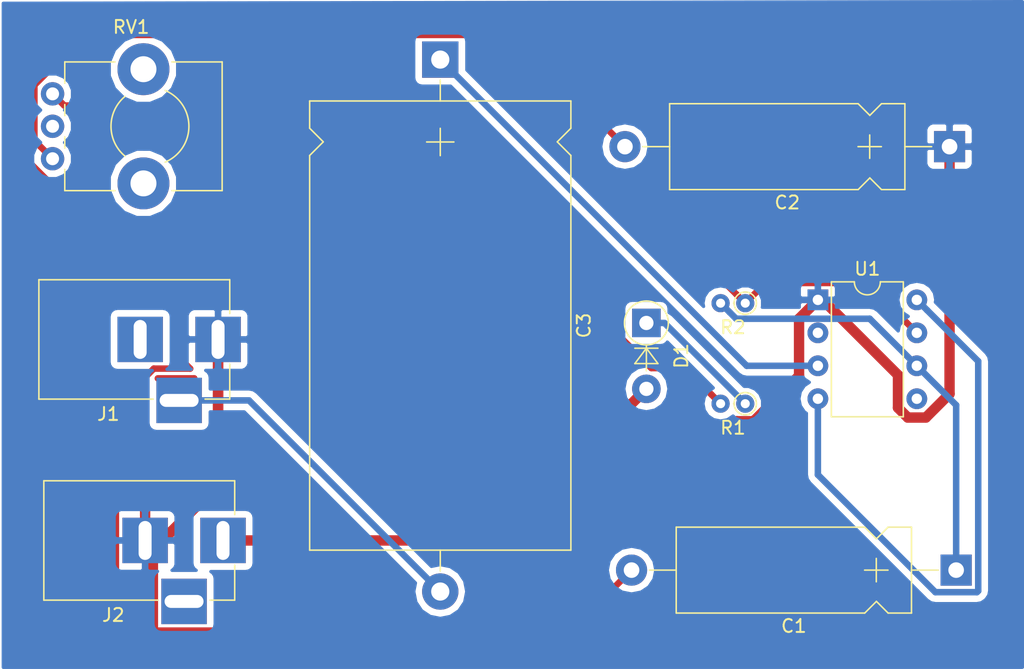
<source format=kicad_pcb>
(kicad_pcb (version 4) (host pcbnew 4.0.6)

  (general
    (links 17)
    (no_connects 3)
    (area 0 0 0 0)
    (thickness 1.6)
    (drawings 0)
    (tracks 75)
    (zones 0)
    (modules 10)
    (nets 13)
  )

  (page A4)
  (layers
    (0 F.Cu signal)
    (31 B.Cu signal)
    (32 B.Adhes user)
    (33 F.Adhes user)
    (34 B.Paste user)
    (35 F.Paste user)
    (36 B.SilkS user)
    (37 F.SilkS user)
    (38 B.Mask user)
    (39 F.Mask user)
    (40 Dwgs.User user)
    (41 Cmts.User user)
    (42 Eco1.User user)
    (43 Eco2.User user)
    (44 Edge.Cuts user)
    (45 Margin user)
    (46 B.CrtYd user)
    (47 F.CrtYd user)
    (48 B.Fab user)
    (49 F.Fab user)
  )

  (setup
    (last_trace_width 0.5)
    (trace_clearance 0.25)
    (zone_clearance 0.508)
    (zone_45_only no)
    (trace_min 0.2)
    (segment_width 0.2)
    (edge_width 0.1)
    (via_size 0.6)
    (via_drill 0.4)
    (via_min_size 0.4)
    (via_min_drill 0.3)
    (uvia_size 0.3)
    (uvia_drill 0.1)
    (uvias_allowed no)
    (uvia_min_size 0.2)
    (uvia_min_drill 0.1)
    (pcb_text_width 0.3)
    (pcb_text_size 1.5 1.5)
    (mod_edge_width 0.15)
    (mod_text_size 1 1)
    (mod_text_width 0.15)
    (pad_size 1.5 1.5)
    (pad_drill 0.6)
    (pad_to_mask_clearance 0)
    (aux_axis_origin 0 0)
    (visible_elements FFFFFF7F)
    (pcbplotparams
      (layerselection 0x00030_80000001)
      (usegerberextensions false)
      (excludeedgelayer true)
      (linewidth 0.100000)
      (plotframeref false)
      (viasonmask false)
      (mode 1)
      (useauxorigin false)
      (hpglpennumber 1)
      (hpglpenspeed 20)
      (hpglpendiameter 15)
      (hpglpenoverlay 2)
      (psnegative false)
      (psa4output false)
      (plotreference true)
      (plotvalue true)
      (plotinvisibletext false)
      (padsonsilk false)
      (subtractmaskfromsilk false)
      (outputformat 1)
      (mirror false)
      (drillshape 1)
      (scaleselection 1)
      (outputdirectory ""))
  )

  (net 0 "")
  (net 1 RC-NET)
  (net 2 "Net-(C1-Pad2)")
  (net 3 GND)
  (net 4 "Net-(C3-Pad1)")
  (net 5 "Net-(C3-Pad2)")
  (net 6 V+)
  (net 7 +BATT)
  (net 8 "Net-(J1-Pad2)")
  (net 9 "Net-(J2-Pad3)")
  (net 10 "Net-(R1-Pad2)")
  (net 11 DESC)
  (net 12 "Net-(U1-Pad5)")

  (net_class Default "Esta es la clase de red por defecto."
    (clearance 0.25)
    (trace_width 0.5)
    (via_dia 0.6)
    (via_drill 0.4)
    (uvia_dia 0.3)
    (uvia_drill 0.1)
    (add_net DESC)
    (add_net "Net-(C1-Pad2)")
    (add_net "Net-(C3-Pad1)")
    (add_net "Net-(C3-Pad2)")
    (add_net "Net-(J1-Pad2)")
    (add_net "Net-(J2-Pad3)")
    (add_net "Net-(R1-Pad2)")
    (add_net "Net-(U1-Pad5)")
    (add_net RC-NET)
    (add_net V+)
  )

  (net_class power ""
    (clearance 0.25)
    (trace_width 0.8)
    (via_dia 0.6)
    (via_drill 0.4)
    (uvia_dia 0.3)
    (uvia_drill 0.1)
    (add_net +BATT)
    (add_net GND)
  )

  (module Capacitors_THT:CP_Axial_L18.0mm_D6.5mm_P25.00mm_Horizontal (layer F.Cu) (tedit 58765D07) (tstamp 590A4E9C)
    (at 177.654 134.62 180)
    (descr "CP, Axial series, Axial, Horizontal, pin pitch=25mm, , length*diameter=18*6.5mm^2, Electrolytic Capacitor, , http://www.vishay.com/docs/28325/021asm.pdf")
    (tags "CP Axial series Axial Horizontal pin pitch 25mm  length 18mm diameter 6.5mm Electrolytic Capacitor")
    (path /5909BBA1)
    (fp_text reference C1 (at 12.5 -4.31 180) (layer F.SilkS)
      (effects (font (size 1 1) (thickness 0.15)))
    )
    (fp_text value 2uF (at 12.5 4.31 180) (layer F.Fab)
      (effects (font (size 1 1) (thickness 0.15)))
    )
    (fp_line (start 3.5 -3.25) (end 3.5 3.25) (layer F.Fab) (width 0.1))
    (fp_line (start 21.5 -3.25) (end 21.5 3.25) (layer F.Fab) (width 0.1))
    (fp_line (start 3.5 -3.25) (end 5.24 -3.25) (layer F.Fab) (width 0.1))
    (fp_line (start 5.24 -3.25) (end 6.14 -2.35) (layer F.Fab) (width 0.1))
    (fp_line (start 6.14 -2.35) (end 7.04 -3.25) (layer F.Fab) (width 0.1))
    (fp_line (start 7.04 -3.25) (end 21.5 -3.25) (layer F.Fab) (width 0.1))
    (fp_line (start 3.5 3.25) (end 5.24 3.25) (layer F.Fab) (width 0.1))
    (fp_line (start 5.24 3.25) (end 6.14 2.35) (layer F.Fab) (width 0.1))
    (fp_line (start 6.14 2.35) (end 7.04 3.25) (layer F.Fab) (width 0.1))
    (fp_line (start 7.04 3.25) (end 21.5 3.25) (layer F.Fab) (width 0.1))
    (fp_line (start 0 0) (end 3.5 0) (layer F.Fab) (width 0.1))
    (fp_line (start 25 0) (end 21.5 0) (layer F.Fab) (width 0.1))
    (fp_line (start 5.25 0) (end 7.05 0) (layer F.Fab) (width 0.1))
    (fp_line (start 6.15 -0.9) (end 6.15 0.9) (layer F.Fab) (width 0.1))
    (fp_line (start 5.25 0) (end 7.05 0) (layer F.SilkS) (width 0.12))
    (fp_line (start 6.15 -0.9) (end 6.15 0.9) (layer F.SilkS) (width 0.12))
    (fp_line (start 3.44 -3.31) (end 3.44 3.31) (layer F.SilkS) (width 0.12))
    (fp_line (start 21.56 -3.31) (end 21.56 3.31) (layer F.SilkS) (width 0.12))
    (fp_line (start 3.44 -3.31) (end 5.24 -3.31) (layer F.SilkS) (width 0.12))
    (fp_line (start 5.24 -3.31) (end 6.14 -2.41) (layer F.SilkS) (width 0.12))
    (fp_line (start 6.14 -2.41) (end 7.04 -3.31) (layer F.SilkS) (width 0.12))
    (fp_line (start 7.04 -3.31) (end 21.56 -3.31) (layer F.SilkS) (width 0.12))
    (fp_line (start 3.44 3.31) (end 5.24 3.31) (layer F.SilkS) (width 0.12))
    (fp_line (start 5.24 3.31) (end 6.14 2.41) (layer F.SilkS) (width 0.12))
    (fp_line (start 6.14 2.41) (end 7.04 3.31) (layer F.SilkS) (width 0.12))
    (fp_line (start 7.04 3.31) (end 21.56 3.31) (layer F.SilkS) (width 0.12))
    (fp_line (start 1.38 0) (end 3.44 0) (layer F.SilkS) (width 0.12))
    (fp_line (start 23.62 0) (end 21.56 0) (layer F.SilkS) (width 0.12))
    (fp_line (start -1.45 -3.6) (end -1.45 3.6) (layer F.CrtYd) (width 0.05))
    (fp_line (start -1.45 3.6) (end 26.45 3.6) (layer F.CrtYd) (width 0.05))
    (fp_line (start 26.45 3.6) (end 26.45 -3.6) (layer F.CrtYd) (width 0.05))
    (fp_line (start 26.45 -3.6) (end -1.45 -3.6) (layer F.CrtYd) (width 0.05))
    (pad 1 thru_hole rect (at 0 0 180) (size 2.4 2.4) (drill 1.2) (layers *.Cu *.Mask)
      (net 1 RC-NET))
    (pad 2 thru_hole oval (at 25 0 180) (size 2.4 2.4) (drill 1.2) (layers *.Cu *.Mask)
      (net 2 "Net-(C1-Pad2)"))
    (model Capacitors_THT.3dshapes/CP_Axial_L18.0mm_D6.5mm_P25.00mm_Horizontal.wrl
      (at (xyz 0 0 0))
      (scale (xyz 0.393701 0.393701 0.393701))
      (rotate (xyz 0 0 0))
    )
  )

  (module Capacitors_THT:CP_Axial_L18.0mm_D6.5mm_P25.00mm_Horizontal (layer F.Cu) (tedit 58765D07) (tstamp 590A4EC2)
    (at 177.146 101.981 180)
    (descr "CP, Axial series, Axial, Horizontal, pin pitch=25mm, , length*diameter=18*6.5mm^2, Electrolytic Capacitor, , http://www.vishay.com/docs/28325/021asm.pdf")
    (tags "CP Axial series Axial Horizontal pin pitch 25mm  length 18mm diameter 6.5mm Electrolytic Capacitor")
    (path /5909BBD3)
    (fp_text reference C2 (at 12.5 -4.31 180) (layer F.SilkS)
      (effects (font (size 1 1) (thickness 0.15)))
    )
    (fp_text value 2uF (at 12.5 4.31 180) (layer F.Fab)
      (effects (font (size 1 1) (thickness 0.15)))
    )
    (fp_line (start 3.5 -3.25) (end 3.5 3.25) (layer F.Fab) (width 0.1))
    (fp_line (start 21.5 -3.25) (end 21.5 3.25) (layer F.Fab) (width 0.1))
    (fp_line (start 3.5 -3.25) (end 5.24 -3.25) (layer F.Fab) (width 0.1))
    (fp_line (start 5.24 -3.25) (end 6.14 -2.35) (layer F.Fab) (width 0.1))
    (fp_line (start 6.14 -2.35) (end 7.04 -3.25) (layer F.Fab) (width 0.1))
    (fp_line (start 7.04 -3.25) (end 21.5 -3.25) (layer F.Fab) (width 0.1))
    (fp_line (start 3.5 3.25) (end 5.24 3.25) (layer F.Fab) (width 0.1))
    (fp_line (start 5.24 3.25) (end 6.14 2.35) (layer F.Fab) (width 0.1))
    (fp_line (start 6.14 2.35) (end 7.04 3.25) (layer F.Fab) (width 0.1))
    (fp_line (start 7.04 3.25) (end 21.5 3.25) (layer F.Fab) (width 0.1))
    (fp_line (start 0 0) (end 3.5 0) (layer F.Fab) (width 0.1))
    (fp_line (start 25 0) (end 21.5 0) (layer F.Fab) (width 0.1))
    (fp_line (start 5.25 0) (end 7.05 0) (layer F.Fab) (width 0.1))
    (fp_line (start 6.15 -0.9) (end 6.15 0.9) (layer F.Fab) (width 0.1))
    (fp_line (start 5.25 0) (end 7.05 0) (layer F.SilkS) (width 0.12))
    (fp_line (start 6.15 -0.9) (end 6.15 0.9) (layer F.SilkS) (width 0.12))
    (fp_line (start 3.44 -3.31) (end 3.44 3.31) (layer F.SilkS) (width 0.12))
    (fp_line (start 21.56 -3.31) (end 21.56 3.31) (layer F.SilkS) (width 0.12))
    (fp_line (start 3.44 -3.31) (end 5.24 -3.31) (layer F.SilkS) (width 0.12))
    (fp_line (start 5.24 -3.31) (end 6.14 -2.41) (layer F.SilkS) (width 0.12))
    (fp_line (start 6.14 -2.41) (end 7.04 -3.31) (layer F.SilkS) (width 0.12))
    (fp_line (start 7.04 -3.31) (end 21.56 -3.31) (layer F.SilkS) (width 0.12))
    (fp_line (start 3.44 3.31) (end 5.24 3.31) (layer F.SilkS) (width 0.12))
    (fp_line (start 5.24 3.31) (end 6.14 2.41) (layer F.SilkS) (width 0.12))
    (fp_line (start 6.14 2.41) (end 7.04 3.31) (layer F.SilkS) (width 0.12))
    (fp_line (start 7.04 3.31) (end 21.56 3.31) (layer F.SilkS) (width 0.12))
    (fp_line (start 1.38 0) (end 3.44 0) (layer F.SilkS) (width 0.12))
    (fp_line (start 23.62 0) (end 21.56 0) (layer F.SilkS) (width 0.12))
    (fp_line (start -1.45 -3.6) (end -1.45 3.6) (layer F.CrtYd) (width 0.05))
    (fp_line (start -1.45 3.6) (end 26.45 3.6) (layer F.CrtYd) (width 0.05))
    (fp_line (start 26.45 3.6) (end 26.45 -3.6) (layer F.CrtYd) (width 0.05))
    (fp_line (start 26.45 -3.6) (end -1.45 -3.6) (layer F.CrtYd) (width 0.05))
    (pad 1 thru_hole rect (at 0 0 180) (size 2.4 2.4) (drill 1.2) (layers *.Cu *.Mask)
      (net 3 GND))
    (pad 2 thru_hole oval (at 25 0 180) (size 2.4 2.4) (drill 1.2) (layers *.Cu *.Mask)
      (net 2 "Net-(C1-Pad2)"))
    (model Capacitors_THT.3dshapes/CP_Axial_L18.0mm_D6.5mm_P25.00mm_Horizontal.wrl
      (at (xyz 0 0 0))
      (scale (xyz 0.393701 0.393701 0.393701))
      (rotate (xyz 0 0 0))
    )
  )

  (module Capacitors_THT:CP_Axial_L34.5mm_D20.0mm_P41.00mm_Horizontal (layer F.Cu) (tedit 58765D07) (tstamp 590A4EE8)
    (at 137.922 95.271 270)
    (descr "CP, Axial series, Axial, Horizontal, pin pitch=41mm, , length*diameter=34.5*20mm^2, Electrolytic Capacitor, , http://www.kemet.com/Lists/ProductCatalog/Attachments/424/KEM_AC102.pdf")
    (tags "CP Axial series Axial Horizontal pin pitch 41mm  length 34.5mm diameter 20mm Electrolytic Capacitor")
    (path /5909BB13)
    (fp_text reference C3 (at 20.5 -11.06 270) (layer F.SilkS)
      (effects (font (size 1 1) (thickness 0.15)))
    )
    (fp_text value 100uF (at 20.5 11.06 270) (layer F.Fab)
      (effects (font (size 1 1) (thickness 0.15)))
    )
    (fp_line (start 3.25 -10) (end 3.25 10) (layer F.Fab) (width 0.1))
    (fp_line (start 37.75 -10) (end 37.75 10) (layer F.Fab) (width 0.1))
    (fp_line (start 3.25 -10) (end 5.29 -10) (layer F.Fab) (width 0.1))
    (fp_line (start 5.29 -10) (end 6.34 -8.95) (layer F.Fab) (width 0.1))
    (fp_line (start 6.34 -8.95) (end 7.39 -10) (layer F.Fab) (width 0.1))
    (fp_line (start 7.39 -10) (end 37.75 -10) (layer F.Fab) (width 0.1))
    (fp_line (start 3.25 10) (end 5.29 10) (layer F.Fab) (width 0.1))
    (fp_line (start 5.29 10) (end 6.34 8.95) (layer F.Fab) (width 0.1))
    (fp_line (start 6.34 8.95) (end 7.39 10) (layer F.Fab) (width 0.1))
    (fp_line (start 7.39 10) (end 37.75 10) (layer F.Fab) (width 0.1))
    (fp_line (start 0 0) (end 3.25 0) (layer F.Fab) (width 0.1))
    (fp_line (start 41 0) (end 37.75 0) (layer F.Fab) (width 0.1))
    (fp_line (start 5.3 0) (end 7.4 0) (layer F.Fab) (width 0.1))
    (fp_line (start 6.35 -1.05) (end 6.35 1.05) (layer F.Fab) (width 0.1))
    (fp_line (start 5.3 0) (end 7.4 0) (layer F.SilkS) (width 0.12))
    (fp_line (start 6.35 -1.05) (end 6.35 1.05) (layer F.SilkS) (width 0.12))
    (fp_line (start 3.19 -10.06) (end 3.19 10.06) (layer F.SilkS) (width 0.12))
    (fp_line (start 37.81 -10.06) (end 37.81 10.06) (layer F.SilkS) (width 0.12))
    (fp_line (start 3.19 -10.06) (end 5.29 -10.06) (layer F.SilkS) (width 0.12))
    (fp_line (start 5.29 -10.06) (end 6.34 -9.01) (layer F.SilkS) (width 0.12))
    (fp_line (start 6.34 -9.01) (end 7.39 -10.06) (layer F.SilkS) (width 0.12))
    (fp_line (start 7.39 -10.06) (end 37.81 -10.06) (layer F.SilkS) (width 0.12))
    (fp_line (start 3.19 10.06) (end 5.29 10.06) (layer F.SilkS) (width 0.12))
    (fp_line (start 5.29 10.06) (end 6.34 9.01) (layer F.SilkS) (width 0.12))
    (fp_line (start 6.34 9.01) (end 7.39 10.06) (layer F.SilkS) (width 0.12))
    (fp_line (start 7.39 10.06) (end 37.81 10.06) (layer F.SilkS) (width 0.12))
    (fp_line (start 1.58 0) (end 3.19 0) (layer F.SilkS) (width 0.12))
    (fp_line (start 39.42 0) (end 37.81 0) (layer F.SilkS) (width 0.12))
    (fp_line (start -1.65 -10.35) (end -1.65 10.35) (layer F.CrtYd) (width 0.05))
    (fp_line (start -1.65 10.35) (end 42.65 10.35) (layer F.CrtYd) (width 0.05))
    (fp_line (start 42.65 10.35) (end 42.65 -10.35) (layer F.CrtYd) (width 0.05))
    (fp_line (start 42.65 -10.35) (end -1.65 -10.35) (layer F.CrtYd) (width 0.05))
    (pad 1 thru_hole rect (at 0 0 270) (size 2.8 2.8) (drill 1.4) (layers *.Cu *.Mask)
      (net 4 "Net-(C3-Pad1)"))
    (pad 2 thru_hole oval (at 41 0 270) (size 2.8 2.8) (drill 1.4) (layers *.Cu *.Mask)
      (net 5 "Net-(C3-Pad2)"))
    (model Capacitors_THT.3dshapes/CP_Axial_L34.5mm_D20.0mm_P41.00mm_Horizontal.wrl
      (at (xyz 0 0 0))
      (scale (xyz 0.393701 0.393701 0.393701))
      (rotate (xyz 0 0 0))
    )
  )

  (module Diodes_THT:D_DO-41_SOD81_P5.08mm_Vertical_AnodeUp (layer F.Cu) (tedit 5877C982) (tstamp 590A4EFB)
    (at 153.797 115.57 270)
    (descr "D, DO-41_SOD81 series, Axial, Vertical, pin pitch=5.08mm, , length*diameter=5.2*2.7mm^2, , http://www.diodes.com/_files/packages/DO-41%20(Plastic).pdf")
    (tags "D DO-41_SOD81 series Axial Vertical pin pitch 5.08mm  length 5.2mm diameter 2.7mm")
    (path /5909BACA)
    (fp_text reference D1 (at 2.54 -2.690635 270) (layer F.SilkS)
      (effects (font (size 1 1) (thickness 0.15)))
    )
    (fp_text value 1N4001 (at 2.54 2.690635 270) (layer F.Fab)
      (effects (font (size 1 1) (thickness 0.15)))
    )
    (fp_circle (center 0 0) (end 1.35 0) (layer F.Fab) (width 0.1))
    (fp_circle (center 0 0) (end 1.690635 0) (layer F.SilkS) (width 0.12))
    (fp_line (start 0 0) (end 5.08 0) (layer F.Fab) (width 0.1))
    (fp_line (start 1.690635 0) (end 3.68 0) (layer F.SilkS) (width 0.12))
    (fp_line (start 1.947333 -0.889) (end 1.947333 0.889) (layer F.SilkS) (width 0.12))
    (fp_line (start 1.947333 0) (end 3.132667 -0.889) (layer F.SilkS) (width 0.12))
    (fp_line (start 3.132667 -0.889) (end 3.132667 0.889) (layer F.SilkS) (width 0.12))
    (fp_line (start 3.132667 0.889) (end 1.947333 0) (layer F.SilkS) (width 0.12))
    (fp_line (start -1.7 -1.95) (end -1.7 1.95) (layer F.CrtYd) (width 0.05))
    (fp_line (start -1.7 1.95) (end 6.5 1.95) (layer F.CrtYd) (width 0.05))
    (fp_line (start 6.5 1.95) (end 6.5 -1.95) (layer F.CrtYd) (width 0.05))
    (fp_line (start 6.5 -1.95) (end -1.7 -1.95) (layer F.CrtYd) (width 0.05))
    (fp_text user K (at -2.390635 0 270) (layer F.Fab)
      (effects (font (size 1 1) (thickness 0.15)))
    )
    (pad 1 thru_hole rect (at 0 0 270) (size 2.2 2.2) (drill 1.1) (layers *.Cu *.Mask)
      (net 6 V+))
    (pad 2 thru_hole oval (at 5.08 0 270) (size 2.2 2.2) (drill 1.1) (layers *.Cu *.Mask)
      (net 7 +BATT))
    (model Diodes_THT.3dshapes/D_DO-41_SOD81_P5.08mm_Vertical_AnodeUp.wrl
      (at (xyz 0 0 0))
      (scale (xyz 0.393701 0.393701 0.393701))
      (rotate (xyz 0 0 0))
    )
  )

  (module Connectors:BARREL_JACK (layer F.Cu) (tedit 5861378E) (tstamp 590A4F1A)
    (at 120.808 116.84)
    (descr "DC Barrel Jack")
    (tags "Power Jack")
    (path /5909EB91)
    (fp_text reference J1 (at -8.45 5.75 180) (layer F.SilkS)
      (effects (font (size 1 1) (thickness 0.15)))
    )
    (fp_text value Jack_3.5mm_3pin (at -6.2 -5.5) (layer F.Fab)
      (effects (font (size 1 1) (thickness 0.15)))
    )
    (fp_line (start 1 -4.5) (end 1 -4.75) (layer F.CrtYd) (width 0.05))
    (fp_line (start 1 -4.75) (end -14 -4.75) (layer F.CrtYd) (width 0.05))
    (fp_line (start 1 -4.5) (end 1 -2) (layer F.CrtYd) (width 0.05))
    (fp_line (start 1 -2) (end 2 -2) (layer F.CrtYd) (width 0.05))
    (fp_line (start 2 -2) (end 2 2) (layer F.CrtYd) (width 0.05))
    (fp_line (start 2 2) (end 1 2) (layer F.CrtYd) (width 0.05))
    (fp_line (start 1 2) (end 1 4.75) (layer F.CrtYd) (width 0.05))
    (fp_line (start 1 4.75) (end -1 4.75) (layer F.CrtYd) (width 0.05))
    (fp_line (start -1 4.75) (end -1 6.75) (layer F.CrtYd) (width 0.05))
    (fp_line (start -1 6.75) (end -5 6.75) (layer F.CrtYd) (width 0.05))
    (fp_line (start -5 6.75) (end -5 4.75) (layer F.CrtYd) (width 0.05))
    (fp_line (start -5 4.75) (end -14 4.75) (layer F.CrtYd) (width 0.05))
    (fp_line (start -14 4.75) (end -14 -4.75) (layer F.CrtYd) (width 0.05))
    (fp_line (start -5 4.6) (end -13.8 4.6) (layer F.SilkS) (width 0.12))
    (fp_line (start -13.8 4.6) (end -13.8 -4.6) (layer F.SilkS) (width 0.12))
    (fp_line (start 0.9 1.9) (end 0.9 4.6) (layer F.SilkS) (width 0.12))
    (fp_line (start 0.9 4.6) (end -1 4.6) (layer F.SilkS) (width 0.12))
    (fp_line (start -13.8 -4.6) (end 0.9 -4.6) (layer F.SilkS) (width 0.12))
    (fp_line (start 0.9 -4.6) (end 0.9 -2) (layer F.SilkS) (width 0.12))
    (fp_line (start -10.2 -4.5) (end -10.2 4.5) (layer F.Fab) (width 0.1))
    (fp_line (start -13.7 -4.5) (end -13.7 4.5) (layer F.Fab) (width 0.1))
    (fp_line (start -13.7 4.5) (end 0.8 4.5) (layer F.Fab) (width 0.1))
    (fp_line (start 0.8 4.5) (end 0.8 -4.5) (layer F.Fab) (width 0.1))
    (fp_line (start 0.8 -4.5) (end -13.7 -4.5) (layer F.Fab) (width 0.1))
    (pad 1 thru_hole rect (at 0 0) (size 3.5 3.5) (drill oval 1 3) (layers *.Cu *.Mask)
      (net 3 GND))
    (pad 2 thru_hole rect (at -6 0) (size 3.5 3.5) (drill oval 1 3) (layers *.Cu *.Mask)
      (net 8 "Net-(J1-Pad2)"))
    (pad 3 thru_hole rect (at -3 4.7) (size 3.5 3.5) (drill oval 3 1) (layers *.Cu *.Mask)
      (net 5 "Net-(C3-Pad2)"))
  )

  (module Connectors:BARREL_JACK (layer F.Cu) (tedit 5861378E) (tstamp 590A4F39)
    (at 121.189 132.334)
    (descr "DC Barrel Jack")
    (tags "Power Jack")
    (path /590A1131)
    (fp_text reference J2 (at -8.45 5.75 180) (layer F.SilkS)
      (effects (font (size 1 1) (thickness 0.15)))
    )
    (fp_text value BARREL_JACK (at -6.2 -5.5) (layer F.Fab)
      (effects (font (size 1 1) (thickness 0.15)))
    )
    (fp_line (start 1 -4.5) (end 1 -4.75) (layer F.CrtYd) (width 0.05))
    (fp_line (start 1 -4.75) (end -14 -4.75) (layer F.CrtYd) (width 0.05))
    (fp_line (start 1 -4.5) (end 1 -2) (layer F.CrtYd) (width 0.05))
    (fp_line (start 1 -2) (end 2 -2) (layer F.CrtYd) (width 0.05))
    (fp_line (start 2 -2) (end 2 2) (layer F.CrtYd) (width 0.05))
    (fp_line (start 2 2) (end 1 2) (layer F.CrtYd) (width 0.05))
    (fp_line (start 1 2) (end 1 4.75) (layer F.CrtYd) (width 0.05))
    (fp_line (start 1 4.75) (end -1 4.75) (layer F.CrtYd) (width 0.05))
    (fp_line (start -1 4.75) (end -1 6.75) (layer F.CrtYd) (width 0.05))
    (fp_line (start -1 6.75) (end -5 6.75) (layer F.CrtYd) (width 0.05))
    (fp_line (start -5 6.75) (end -5 4.75) (layer F.CrtYd) (width 0.05))
    (fp_line (start -5 4.75) (end -14 4.75) (layer F.CrtYd) (width 0.05))
    (fp_line (start -14 4.75) (end -14 -4.75) (layer F.CrtYd) (width 0.05))
    (fp_line (start -5 4.6) (end -13.8 4.6) (layer F.SilkS) (width 0.12))
    (fp_line (start -13.8 4.6) (end -13.8 -4.6) (layer F.SilkS) (width 0.12))
    (fp_line (start 0.9 1.9) (end 0.9 4.6) (layer F.SilkS) (width 0.12))
    (fp_line (start 0.9 4.6) (end -1 4.6) (layer F.SilkS) (width 0.12))
    (fp_line (start -13.8 -4.6) (end 0.9 -4.6) (layer F.SilkS) (width 0.12))
    (fp_line (start 0.9 -4.6) (end 0.9 -2) (layer F.SilkS) (width 0.12))
    (fp_line (start -10.2 -4.5) (end -10.2 4.5) (layer F.Fab) (width 0.1))
    (fp_line (start -13.7 -4.5) (end -13.7 4.5) (layer F.Fab) (width 0.1))
    (fp_line (start -13.7 4.5) (end 0.8 4.5) (layer F.Fab) (width 0.1))
    (fp_line (start 0.8 4.5) (end 0.8 -4.5) (layer F.Fab) (width 0.1))
    (fp_line (start 0.8 -4.5) (end -13.7 -4.5) (layer F.Fab) (width 0.1))
    (pad 1 thru_hole rect (at 0 0) (size 3.5 3.5) (drill oval 1 3) (layers *.Cu *.Mask)
      (net 7 +BATT))
    (pad 2 thru_hole rect (at -6 0) (size 3.5 3.5) (drill oval 1 3) (layers *.Cu *.Mask)
      (net 3 GND))
    (pad 3 thru_hole rect (at -3 4.7) (size 3.5 3.5) (drill oval 3 1) (layers *.Cu *.Mask)
      (net 9 "Net-(J2-Pad3)"))
  )

  (module Resistors_THT:R_Axial_DIN0204_L3.6mm_D1.6mm_P1.90mm_Vertical (layer F.Cu) (tedit 5874F706) (tstamp 590A4F47)
    (at 161.412 121.793 180)
    (descr "Resistor, Axial_DIN0204 series, Axial, Vertical, pin pitch=1.9mm, 0.16666666666666666W = 1/6W, length*diameter=3.6*1.6mm^2, http://cdn-reichelt.de/documents/datenblatt/B400/1_4W%23YAG.pdf")
    (tags "Resistor Axial_DIN0204 series Axial Vertical pin pitch 1.9mm 0.16666666666666666W = 1/6W length 3.6mm diameter 1.6mm")
    (path /5909BA37)
    (fp_text reference R1 (at 0.95 -1.86 180) (layer F.SilkS)
      (effects (font (size 1 1) (thickness 0.15)))
    )
    (fp_text value 47k (at 0.95 1.86 180) (layer F.Fab)
      (effects (font (size 1 1) (thickness 0.15)))
    )
    (fp_circle (center 0 0) (end 0.8 0) (layer F.Fab) (width 0.1))
    (fp_circle (center 0 0) (end 0.86 0) (layer F.SilkS) (width 0.12))
    (fp_line (start 0 0) (end 1.9 0) (layer F.Fab) (width 0.1))
    (fp_line (start 0.86 0) (end 0.9 0) (layer F.SilkS) (width 0.12))
    (fp_line (start -1.15 -1.15) (end -1.15 1.15) (layer F.CrtYd) (width 0.05))
    (fp_line (start -1.15 1.15) (end 2.95 1.15) (layer F.CrtYd) (width 0.05))
    (fp_line (start 2.95 1.15) (end 2.95 -1.15) (layer F.CrtYd) (width 0.05))
    (fp_line (start 2.95 -1.15) (end -1.15 -1.15) (layer F.CrtYd) (width 0.05))
    (pad 1 thru_hole circle (at 0 0 180) (size 1.4 1.4) (drill 0.7) (layers *.Cu *.Mask)
      (net 6 V+))
    (pad 2 thru_hole oval (at 1.9 0 180) (size 1.4 1.4) (drill 0.7) (layers *.Cu *.Mask)
      (net 10 "Net-(R1-Pad2)"))
    (model Resistors_THT.3dshapes/R_Axial_DIN0204_L3.6mm_D1.6mm_P1.90mm_Vertical.wrl
      (at (xyz 0 0 0))
      (scale (xyz 0.393701 0.393701 0.393701))
      (rotate (xyz 0 0 0))
    )
  )

  (module Resistors_THT:R_Axial_DIN0204_L3.6mm_D1.6mm_P1.90mm_Vertical (layer F.Cu) (tedit 5874F706) (tstamp 590A4F55)
    (at 161.412 114.046 180)
    (descr "Resistor, Axial_DIN0204 series, Axial, Vertical, pin pitch=1.9mm, 0.16666666666666666W = 1/6W, length*diameter=3.6*1.6mm^2, http://cdn-reichelt.de/documents/datenblatt/B400/1_4W%23YAG.pdf")
    (tags "Resistor Axial_DIN0204 series Axial Vertical pin pitch 1.9mm 0.16666666666666666W = 1/6W length 3.6mm diameter 1.6mm")
    (path /5909B9D2)
    (fp_text reference R2 (at 0.95 -1.86 180) (layer F.SilkS)
      (effects (font (size 1 1) (thickness 0.15)))
    )
    (fp_text value 1k5 (at 0.95 1.86 180) (layer F.Fab)
      (effects (font (size 1 1) (thickness 0.15)))
    )
    (fp_circle (center 0 0) (end 0.8 0) (layer F.Fab) (width 0.1))
    (fp_circle (center 0 0) (end 0.86 0) (layer F.SilkS) (width 0.12))
    (fp_line (start 0 0) (end 1.9 0) (layer F.Fab) (width 0.1))
    (fp_line (start 0.86 0) (end 0.9 0) (layer F.SilkS) (width 0.12))
    (fp_line (start -1.15 -1.15) (end -1.15 1.15) (layer F.CrtYd) (width 0.05))
    (fp_line (start -1.15 1.15) (end 2.95 1.15) (layer F.CrtYd) (width 0.05))
    (fp_line (start 2.95 1.15) (end 2.95 -1.15) (layer F.CrtYd) (width 0.05))
    (fp_line (start 2.95 -1.15) (end -1.15 -1.15) (layer F.CrtYd) (width 0.05))
    (pad 1 thru_hole circle (at 0 0 180) (size 1.4 1.4) (drill 0.7) (layers *.Cu *.Mask)
      (net 11 DESC))
    (pad 2 thru_hole oval (at 1.9 0 180) (size 1.4 1.4) (drill 0.7) (layers *.Cu *.Mask)
      (net 1 RC-NET))
    (model Resistors_THT.3dshapes/R_Axial_DIN0204_L3.6mm_D1.6mm_P1.90mm_Vertical.wrl
      (at (xyz 0 0 0))
      (scale (xyz 0.393701 0.393701 0.393701))
      (rotate (xyz 0 0 0))
    )
  )

  (module Potentiometers:Potentiometer_Alps_RK09K_Horizontal (layer F.Cu) (tedit 58826B09) (tstamp 590A4F73)
    (at 108.062 102.912)
    (descr "Potentiometer, horizontally mounted, Omeg PC16PU, Omeg PC16PU, Omeg PC16PU, Vishay/Spectrol 248GJ/249GJ Single, Vishay/Spectrol 248GJ/249GJ Single, Vishay/Spectrol 248GJ/249GJ Single, Vishay/Spectrol 248GH/249GH Single, Vishay/Spectrol 148/149 Single, Vishay/Spectrol 148/149 Single, Vishay/Spectrol 148/149 Single, Vishay/Spectrol 148A/149A Single with mounting plates, Vishay/Spectrol 148/149 Double, Vishay/Spectrol 148A/149A Double with mounting plates, Piher PC-16 Single, Piher PC-16 Single, Piher PC-16 Single, Piher PC-16SV Single, Piher PC-16 Double, Piher PC-16 Triple, Piher T16H Single, Piher T16L Single, Piher T16H Double, Alps RK163 Single, Alps RK163 Double, Alps RK097 Single, Alps RK097 Double, Bourns PTV09A-2 Single with mounting sleve Single, Bourns PTV09A-1 with mounting sleve Single, Bourns PRS11S Single, Alps RK09K Single with mounting sleve Single, Alps RK09K with mounting sleve Single, http://www.alps.com/prod/info/E/HTML/Potentiometer/RotaryPotentiometers/RK09K/RK09D1130C1B.html")
    (tags "Potentiometer horizontal  Omeg PC16PU  Omeg PC16PU  Omeg PC16PU  Vishay/Spectrol 248GJ/249GJ Single  Vishay/Spectrol 248GJ/249GJ Single  Vishay/Spectrol 248GJ/249GJ Single  Vishay/Spectrol 248GH/249GH Single  Vishay/Spectrol 148/149 Single  Vishay/Spectrol 148/149 Single  Vishay/Spectrol 148/149 Single  Vishay/Spectrol 148A/149A Single with mounting plates  Vishay/Spectrol 148/149 Double  Vishay/Spectrol 148A/149A Double with mounting plates  Piher PC-16 Single  Piher PC-16 Single  Piher PC-16 Single  Piher PC-16SV Single  Piher PC-16 Double  Piher PC-16 Triple  Piher T16H Single  Piher T16L Single  Piher T16H Double  Alps RK163 Single  Alps RK163 Double  Alps RK097 Single  Alps RK097 Double  Bourns PTV09A-2 Single with mounting sleve Single  Bourns PTV09A-1 with mounting sleve Single  Bourns PRS11S Single  Alps RK09K Single with mounting sleve Single  Alps RK09K with mounting sleve Single")
    (path /5909BA8B)
    (fp_text reference RV1 (at 6.05 -10.15) (layer F.SilkS)
      (effects (font (size 1 1) (thickness 0.15)))
    )
    (fp_text value 1M (at 6.05 5.15) (layer F.Fab)
      (effects (font (size 1 1) (thickness 0.15)))
    )
    (fp_arc (start 7.5 -2.5) (end 8.673 0.262) (angle -134) (layer F.SilkS) (width 0.12))
    (fp_arc (start 7.5 -2.5) (end 5.572 -4.798) (angle -100) (layer F.SilkS) (width 0.12))
    (fp_circle (center 7.5 -2.5) (end 10.75 -2.5) (layer F.Fab) (width 0.1))
    (fp_circle (center 7.5 -2.5) (end 10.5 -2.5) (layer F.Fab) (width 0.1))
    (fp_line (start 1 -7.4) (end 1 2.4) (layer F.Fab) (width 0.1))
    (fp_line (start 1 2.4) (end 13 2.4) (layer F.Fab) (width 0.1))
    (fp_line (start 13 2.4) (end 13 -7.4) (layer F.Fab) (width 0.1))
    (fp_line (start 13 -7.4) (end 1 -7.4) (layer F.Fab) (width 0.1))
    (fp_line (start 0.94 -7.461) (end 4.806 -7.461) (layer F.SilkS) (width 0.12))
    (fp_line (start 9.195 -7.461) (end 13.06 -7.461) (layer F.SilkS) (width 0.12))
    (fp_line (start 0.94 2.46) (end 4.806 2.46) (layer F.SilkS) (width 0.12))
    (fp_line (start 9.195 2.46) (end 13.06 2.46) (layer F.SilkS) (width 0.12))
    (fp_line (start 0.94 -7.461) (end 0.94 -5.825) (layer F.SilkS) (width 0.12))
    (fp_line (start 0.94 -4.175) (end 0.94 -3.325) (layer F.SilkS) (width 0.12))
    (fp_line (start 0.94 -1.675) (end 0.94 -0.825) (layer F.SilkS) (width 0.12))
    (fp_line (start 0.94 0.825) (end 0.94 2.46) (layer F.SilkS) (width 0.12))
    (fp_line (start 13.06 -7.461) (end 13.06 2.46) (layer F.SilkS) (width 0.12))
    (fp_line (start -1.15 -9.15) (end -1.15 4.15) (layer F.CrtYd) (width 0.05))
    (fp_line (start -1.15 4.15) (end 13.25 4.15) (layer F.CrtYd) (width 0.05))
    (fp_line (start 13.25 4.15) (end 13.25 -9.15) (layer F.CrtYd) (width 0.05))
    (fp_line (start 13.25 -9.15) (end -1.15 -9.15) (layer F.CrtYd) (width 0.05))
    (pad 3 thru_hole circle (at 0 -5) (size 1.8 1.8) (drill 1) (layers *.Cu *.Mask)
      (net 10 "Net-(R1-Pad2)"))
    (pad 2 thru_hole circle (at 0 -2.5) (size 1.8 1.8) (drill 1) (layers *.Cu *.Mask)
      (net 11 DESC))
    (pad 1 thru_hole circle (at 0 0) (size 1.8 1.8) (drill 1) (layers *.Cu *.Mask)
      (net 11 DESC))
    (pad 0 np_thru_hole circle (at 7 -6.9) (size 4 4) (drill 2) (layers *.Cu *.Mask))
    (pad 0 np_thru_hole circle (at 7 1.9) (size 4 4) (drill 2) (layers *.Cu *.Mask))
    (model Potentiometers.3dshapes/Potentiometer_Alps_RK09K_Horizontal.wrl
      (at (xyz 0 0 0))
      (scale (xyz 0.393701 0.393701 0.393701))
      (rotate (xyz 0 0 0))
    )
  )

  (module Housings_DIP:DIP-8_W7.62mm (layer F.Cu) (tedit 58CC8E33) (tstamp 590A4F8F)
    (at 167.005 113.792)
    (descr "8-lead dip package, row spacing 7.62 mm (300 mils)")
    (tags "DIL DIP PDIP 2.54mm 7.62mm 300mil")
    (path /5909BBFD)
    (fp_text reference U1 (at 3.81 -2.39) (layer F.SilkS)
      (effects (font (size 1 1) (thickness 0.15)))
    )
    (fp_text value SE555 (at 3.81 10.01) (layer F.Fab)
      (effects (font (size 1 1) (thickness 0.15)))
    )
    (fp_text user %R (at 14.351 9.779) (layer F.Fab)
      (effects (font (size 1 1) (thickness 0.15)))
    )
    (fp_line (start 1.635 -1.27) (end 6.985 -1.27) (layer F.Fab) (width 0.1))
    (fp_line (start 6.985 -1.27) (end 6.985 8.89) (layer F.Fab) (width 0.1))
    (fp_line (start 6.985 8.89) (end 0.635 8.89) (layer F.Fab) (width 0.1))
    (fp_line (start 0.635 8.89) (end 0.635 -0.27) (layer F.Fab) (width 0.1))
    (fp_line (start 0.635 -0.27) (end 1.635 -1.27) (layer F.Fab) (width 0.1))
    (fp_line (start 2.81 -1.39) (end 1.04 -1.39) (layer F.SilkS) (width 0.12))
    (fp_line (start 1.04 -1.39) (end 1.04 9.01) (layer F.SilkS) (width 0.12))
    (fp_line (start 1.04 9.01) (end 6.58 9.01) (layer F.SilkS) (width 0.12))
    (fp_line (start 6.58 9.01) (end 6.58 -1.39) (layer F.SilkS) (width 0.12))
    (fp_line (start 6.58 -1.39) (end 4.81 -1.39) (layer F.SilkS) (width 0.12))
    (fp_line (start -1.1 -1.6) (end -1.1 9.2) (layer F.CrtYd) (width 0.05))
    (fp_line (start -1.1 9.2) (end 8.7 9.2) (layer F.CrtYd) (width 0.05))
    (fp_line (start 8.7 9.2) (end 8.7 -1.6) (layer F.CrtYd) (width 0.05))
    (fp_line (start 8.7 -1.6) (end -1.1 -1.6) (layer F.CrtYd) (width 0.05))
    (fp_arc (start 3.81 -1.39) (end 2.81 -1.39) (angle -180) (layer F.SilkS) (width 0.12))
    (pad 1 thru_hole rect (at 0 0) (size 1.6 1.6) (drill 0.8) (layers *.Cu *.Mask)
      (net 3 GND))
    (pad 5 thru_hole oval (at 7.62 7.62) (size 1.6 1.6) (drill 0.8) (layers *.Cu *.Mask)
      (net 12 "Net-(U1-Pad5)"))
    (pad 2 thru_hole oval (at 0 2.54) (size 1.6 1.6) (drill 0.8) (layers *.Cu *.Mask)
      (net 1 RC-NET))
    (pad 6 thru_hole oval (at 7.62 5.08) (size 1.6 1.6) (drill 0.8) (layers *.Cu *.Mask)
      (net 1 RC-NET))
    (pad 3 thru_hole oval (at 0 5.08) (size 1.6 1.6) (drill 0.8) (layers *.Cu *.Mask)
      (net 4 "Net-(C3-Pad1)"))
    (pad 7 thru_hole oval (at 7.62 2.54) (size 1.6 1.6) (drill 0.8) (layers *.Cu *.Mask)
      (net 11 DESC))
    (pad 4 thru_hole oval (at 0 7.62) (size 1.6 1.6) (drill 0.8) (layers *.Cu *.Mask)
      (net 6 V+))
    (pad 8 thru_hole oval (at 7.62 0) (size 1.6 1.6) (drill 0.8) (layers *.Cu *.Mask)
      (net 6 V+))
    (model Housings_DIP.3dshapes/DIP-8_W7.62mm.wrl
      (at (xyz 0 0 0))
      (scale (xyz 1 1 1))
      (rotate (xyz 0 0 0))
    )
  )

  (segment (start 174.625 118.872) (end 170.999001 115.246001) (width 0.5) (layer B.Cu) (net 1))
  (segment (start 170.999001 115.246001) (end 160.712001 115.246001) (width 0.5) (layer B.Cu) (net 1))
  (segment (start 160.712001 115.246001) (end 160.211999 114.745999) (width 0.5) (layer B.Cu) (net 1))
  (segment (start 160.211999 114.745999) (end 159.512 114.046) (width 0.5) (layer B.Cu) (net 1))
  (segment (start 177.654 134.62) (end 177.654 121.901) (width 0.5) (layer B.Cu) (net 1))
  (segment (start 177.654 121.901) (end 174.625 118.872) (width 0.5) (layer B.Cu) (net 1))
  (segment (start 152.146 101.981) (end 142.78599 92.62099) (width 0.5) (layer F.Cu) (net 2))
  (segment (start 117.667997 118.099999) (end 118.657999 119.090001) (width 0.5) (layer F.Cu) (net 2))
  (segment (start 142.78599 92.62099) (end 110.220334 92.62099) (width 0.5) (layer F.Cu) (net 2))
  (segment (start 110.220334 92.62099) (end 105.911989 96.929335) (width 0.5) (layer F.Cu) (net 2))
  (segment (start 146.939989 140.334011) (end 152.654 134.62) (width 0.5) (layer F.Cu) (net 2))
  (segment (start 105.911989 96.929335) (end 105.911989 102.833991) (width 0.5) (layer F.Cu) (net 2))
  (segment (start 105.911989 102.833991) (end 117.667997 114.589999) (width 0.5) (layer F.Cu) (net 2))
  (segment (start 117.667997 114.589999) (end 117.667997 118.099999) (width 0.5) (layer F.Cu) (net 2))
  (segment (start 118.657999 119.090001) (end 115.857997 119.090001) (width 0.5) (layer F.Cu) (net 2))
  (segment (start 115.857997 119.090001) (end 112.938999 122.008999) (width 0.5) (layer F.Cu) (net 2))
  (segment (start 112.938999 122.008999) (end 112.938999 137.726807) (width 0.5) (layer F.Cu) (net 2))
  (segment (start 112.938999 137.726807) (end 115.546203 140.334011) (width 0.5) (layer F.Cu) (net 2))
  (segment (start 115.546203 140.334011) (end 146.939989 140.334011) (width 0.5) (layer F.Cu) (net 2))
  (segment (start 167.005 113.792) (end 167.386 113.792) (width 0.8) (layer F.Cu) (net 3))
  (segment (start 167.386 113.792) (end 173.174999 119.580999) (width 0.8) (layer F.Cu) (net 3))
  (segment (start 173.174999 119.580999) (end 173.174999 122.108001) (width 0.8) (layer F.Cu) (net 3))
  (segment (start 173.174999 122.108001) (end 173.928999 122.862001) (width 0.8) (layer F.Cu) (net 3))
  (segment (start 177.146 121.037002) (end 177.146 103.981) (width 0.8) (layer F.Cu) (net 3))
  (segment (start 173.928999 122.862001) (end 175.321001 122.862001) (width 0.8) (layer F.Cu) (net 3))
  (segment (start 175.321001 122.862001) (end 177.146 121.037002) (width 0.8) (layer F.Cu) (net 3))
  (segment (start 177.146 103.981) (end 177.146 101.981) (width 0.8) (layer F.Cu) (net 3))
  (segment (start 120.808 116.84) (end 120.808 128.044998) (width 0.8) (layer F.Cu) (net 3))
  (segment (start 120.808 128.044998) (end 115.788999 133.063999) (width 0.8) (layer F.Cu) (net 3))
  (segment (start 160.763999 123.143001) (end 162.060001 123.143001) (width 0.8) (layer F.Cu) (net 3))
  (segment (start 115.788999 133.063999) (end 115.788999 139.304001) (width 0.8) (layer F.Cu) (net 3))
  (segment (start 115.788999 139.304001) (end 115.918999 139.434001) (width 0.8) (layer F.Cu) (net 3))
  (segment (start 165.554999 115.242001) (end 167.005 113.792) (width 0.8) (layer F.Cu) (net 3))
  (segment (start 115.918999 139.434001) (end 144.472999 139.434001) (width 0.8) (layer F.Cu) (net 3))
  (segment (start 144.472999 139.434001) (end 160.763999 123.143001) (width 0.8) (layer F.Cu) (net 3))
  (segment (start 162.060001 123.143001) (end 165.554999 119.648003) (width 0.8) (layer F.Cu) (net 3))
  (segment (start 165.554999 119.648003) (end 165.554999 115.242001) (width 0.8) (layer F.Cu) (net 3))
  (segment (start 115.189 132.334) (end 115.189 129.784) (width 0.8) (layer F.Cu) (net 3))
  (segment (start 115.189 129.784) (end 120.808 124.165) (width 0.8) (layer F.Cu) (net 3))
  (segment (start 120.808 124.165) (end 120.808 119.39) (width 0.8) (layer F.Cu) (net 3))
  (segment (start 120.808 119.39) (end 120.808 116.84) (width 0.8) (layer F.Cu) (net 3))
  (segment (start 137.922 95.271) (end 161.523 118.872) (width 0.5) (layer B.Cu) (net 4))
  (segment (start 161.523 118.872) (end 167.005 118.872) (width 0.5) (layer B.Cu) (net 4))
  (segment (start 117.808 121.54) (end 123.191 121.54) (width 0.5) (layer B.Cu) (net 5))
  (segment (start 123.191 121.54) (end 137.922 136.271) (width 0.5) (layer B.Cu) (net 5))
  (segment (start 117.808 121.54) (end 118.968663 120.379337) (width 0.5) (layer F.Cu) (net 5))
  (segment (start 118.968663 120.379337) (end 118.968663 119.840011) (width 0.5) (layer F.Cu) (net 5))
  (segment (start 118.968663 119.840011) (end 116.168661 119.840011) (width 0.5) (layer F.Cu) (net 5))
  (segment (start 161.412 121.793) (end 155.189 115.57) (width 0.5) (layer B.Cu) (net 6))
  (segment (start 155.189 115.57) (end 153.797 115.57) (width 0.5) (layer B.Cu) (net 6))
  (segment (start 167.005 121.412) (end 167.005 127.271002) (width 0.5) (layer B.Cu) (net 6))
  (segment (start 176.053999 136.320001) (end 179.254001 136.320001) (width 0.5) (layer B.Cu) (net 6))
  (segment (start 179.254001 136.320001) (end 179.354001 136.220001) (width 0.5) (layer B.Cu) (net 6))
  (segment (start 167.005 127.271002) (end 176.053999 136.320001) (width 0.5) (layer B.Cu) (net 6))
  (segment (start 179.354001 136.220001) (end 179.354001 118.521001) (width 0.5) (layer B.Cu) (net 6))
  (segment (start 179.354001 118.521001) (end 175.424999 114.591999) (width 0.5) (layer B.Cu) (net 6))
  (segment (start 175.424999 114.591999) (end 174.625 113.792) (width 0.5) (layer B.Cu) (net 6))
  (segment (start 121.189 132.334) (end 142.113 132.334) (width 0.8) (layer F.Cu) (net 7))
  (segment (start 142.113 132.334) (end 153.797 120.65) (width 0.8) (layer F.Cu) (net 7))
  (segment (start 108.062 97.912) (end 108.961999 98.811999) (width 0.5) (layer F.Cu) (net 10))
  (segment (start 108.961999 98.811999) (end 133.938997 98.811999) (width 0.5) (layer F.Cu) (net 10))
  (segment (start 156.768999 119.049999) (end 158.812001 121.093001) (width 0.5) (layer F.Cu) (net 10))
  (segment (start 133.938997 98.811999) (end 154.176997 119.049999) (width 0.5) (layer F.Cu) (net 10))
  (segment (start 154.176997 119.049999) (end 156.768999 119.049999) (width 0.5) (layer F.Cu) (net 10))
  (segment (start 158.812001 121.093001) (end 159.512 121.793) (width 0.5) (layer F.Cu) (net 10))
  (segment (start 161.412 114.046) (end 162.966001 112.491999) (width 0.5) (layer F.Cu) (net 11))
  (segment (start 162.966001 112.491999) (end 170.784999 112.491999) (width 0.5) (layer F.Cu) (net 11))
  (segment (start 173.825001 115.532001) (end 174.625 116.332) (width 0.5) (layer F.Cu) (net 11))
  (segment (start 170.784999 112.491999) (end 173.825001 115.532001) (width 0.5) (layer F.Cu) (net 11))
  (segment (start 108.062 102.912) (end 106.661999 101.511999) (width 0.5) (layer F.Cu) (net 11))
  (segment (start 106.661999 101.511999) (end 106.661999 97.239999) (width 0.5) (layer F.Cu) (net 11))
  (segment (start 106.661999 97.239999) (end 110.530999 93.370999) (width 0.5) (layer F.Cu) (net 11))
  (segment (start 110.530999 93.370999) (end 140.736999 93.370999) (width 0.5) (layer F.Cu) (net 11))
  (segment (start 140.736999 93.370999) (end 160.712001 113.346001) (width 0.5) (layer F.Cu) (net 11))
  (segment (start 160.712001 113.346001) (end 161.412 114.046) (width 0.5) (layer F.Cu) (net 11))

  (zone (net 3) (net_name GND) (layer B.Cu) (tstamp 0) (hatch edge 0.508)
    (connect_pads (clearance 0.508))
    (min_thickness 0.254)
    (fill yes (arc_segments 16) (thermal_gap 0.508) (thermal_bridge_width 0.508))
    (polygon
      (pts
        (xy 104.013 90.805) (xy 182.88 90.678) (xy 182.88 142.24) (xy 104.14 142.24) (xy 104.14 90.805)
      )
    )
    (filled_polygon
      (pts
        (xy 182.753 142.113) (xy 104.267 142.113) (xy 104.267 132.61975) (xy 112.804 132.61975) (xy 112.804 134.21031)
        (xy 112.900673 134.443699) (xy 113.079302 134.622327) (xy 113.312691 134.719) (xy 114.90325 134.719) (xy 115.062 134.56025)
        (xy 115.062 132.461) (xy 115.316 132.461) (xy 115.316 134.56025) (xy 115.47475 134.719) (xy 116.144378 134.719)
        (xy 115.987559 134.81991) (xy 115.842569 135.03211) (xy 115.79156 135.284) (xy 115.79156 138.784) (xy 115.835838 139.019317)
        (xy 115.97491 139.235441) (xy 116.18711 139.380431) (xy 116.439 139.43144) (xy 119.939 139.43144) (xy 120.174317 139.387162)
        (xy 120.390441 139.24809) (xy 120.535431 139.03589) (xy 120.58644 138.784) (xy 120.58644 135.284) (xy 120.542162 135.048683)
        (xy 120.40309 134.832559) (xy 120.255097 134.73144) (xy 122.939 134.73144) (xy 123.174317 134.687162) (xy 123.390441 134.54809)
        (xy 123.535431 134.33589) (xy 123.58644 134.084) (xy 123.58644 130.584) (xy 123.542162 130.348683) (xy 123.40309 130.132559)
        (xy 123.19089 129.987569) (xy 122.939 129.93656) (xy 119.439 129.93656) (xy 119.203683 129.980838) (xy 118.987559 130.11991)
        (xy 118.842569 130.33211) (xy 118.79156 130.584) (xy 118.79156 134.084) (xy 118.835838 134.319317) (xy 118.97491 134.535441)
        (xy 119.122903 134.63656) (xy 117.264337 134.63656) (xy 117.298698 134.622327) (xy 117.477327 134.443699) (xy 117.574 134.21031)
        (xy 117.574 132.61975) (xy 117.41525 132.461) (xy 115.316 132.461) (xy 115.062 132.461) (xy 112.96275 132.461)
        (xy 112.804 132.61975) (xy 104.267 132.61975) (xy 104.267 130.45769) (xy 112.804 130.45769) (xy 112.804 132.04825)
        (xy 112.96275 132.207) (xy 115.062 132.207) (xy 115.062 130.10775) (xy 115.316 130.10775) (xy 115.316 132.207)
        (xy 117.41525 132.207) (xy 117.574 132.04825) (xy 117.574 130.45769) (xy 117.477327 130.224301) (xy 117.298698 130.045673)
        (xy 117.065309 129.949) (xy 115.47475 129.949) (xy 115.316 130.10775) (xy 115.062 130.10775) (xy 114.90325 129.949)
        (xy 113.312691 129.949) (xy 113.079302 130.045673) (xy 112.900673 130.224301) (xy 112.804 130.45769) (xy 104.267 130.45769)
        (xy 104.267 115.09) (xy 112.41056 115.09) (xy 112.41056 118.59) (xy 112.454838 118.825317) (xy 112.59391 119.041441)
        (xy 112.80611 119.186431) (xy 113.058 119.23744) (xy 115.744045 119.23744) (xy 115.606559 119.32591) (xy 115.461569 119.53811)
        (xy 115.41056 119.79) (xy 115.41056 123.29) (xy 115.454838 123.525317) (xy 115.59391 123.741441) (xy 115.80611 123.886431)
        (xy 116.058 123.93744) (xy 119.558 123.93744) (xy 119.793317 123.893162) (xy 120.009441 123.75409) (xy 120.154431 123.54189)
        (xy 120.20544 123.29) (xy 120.20544 122.425) (xy 122.82442 122.425) (xy 136.010363 135.610942) (xy 135.887 136.231132)
        (xy 135.887 136.310868) (xy 136.041905 137.089629) (xy 136.483038 137.74983) (xy 137.143239 138.190963) (xy 137.922 138.345868)
        (xy 138.700761 138.190963) (xy 139.360962 137.74983) (xy 139.802095 137.089629) (xy 139.957 136.310868) (xy 139.957 136.231132)
        (xy 139.802095 135.452371) (xy 139.360962 134.79217) (xy 139.103292 134.62) (xy 150.78305 134.62) (xy 150.922731 135.322224)
        (xy 151.320509 135.917541) (xy 151.915826 136.315319) (xy 152.61805 136.455) (xy 152.68995 136.455) (xy 153.392174 136.315319)
        (xy 153.987491 135.917541) (xy 154.385269 135.322224) (xy 154.52495 134.62) (xy 154.385269 133.917776) (xy 153.987491 133.322459)
        (xy 153.392174 132.924681) (xy 152.68995 132.785) (xy 152.61805 132.785) (xy 151.915826 132.924681) (xy 151.320509 133.322459)
        (xy 150.922731 133.917776) (xy 150.78305 134.62) (xy 139.103292 134.62) (xy 138.700761 134.351037) (xy 137.922 134.196132)
        (xy 137.235303 134.332724) (xy 123.81679 120.91421) (xy 123.739922 120.862849) (xy 123.529675 120.722367) (xy 123.473484 120.71119)
        (xy 123.191 120.654999) (xy 123.190995 120.655) (xy 120.20544 120.655) (xy 120.20544 120.616009) (xy 152.062 120.616009)
        (xy 152.062 120.683991) (xy 152.194069 121.347947) (xy 152.57017 121.910821) (xy 153.133044 122.286922) (xy 153.797 122.418991)
        (xy 154.460956 122.286922) (xy 155.02383 121.910821) (xy 155.399931 121.347947) (xy 155.532 120.683991) (xy 155.532 120.616009)
        (xy 155.399931 119.952053) (xy 155.02383 119.389179) (xy 154.460956 119.013078) (xy 153.797 118.881009) (xy 153.133044 119.013078)
        (xy 152.57017 119.389179) (xy 152.194069 119.952053) (xy 152.062 120.616009) (xy 120.20544 120.616009) (xy 120.20544 119.79)
        (xy 120.161162 119.554683) (xy 120.02209 119.338559) (xy 119.855891 119.225) (xy 120.52225 119.225) (xy 120.681 119.06625)
        (xy 120.681 116.967) (xy 120.935 116.967) (xy 120.935 119.06625) (xy 121.09375 119.225) (xy 122.684309 119.225)
        (xy 122.917698 119.128327) (xy 123.096327 118.949699) (xy 123.193 118.71631) (xy 123.193 117.12575) (xy 123.03425 116.967)
        (xy 120.935 116.967) (xy 120.681 116.967) (xy 118.58175 116.967) (xy 118.423 117.12575) (xy 118.423 118.71631)
        (xy 118.519673 118.949699) (xy 118.698302 119.128327) (xy 118.732663 119.14256) (xy 116.871955 119.14256) (xy 117.009441 119.05409)
        (xy 117.154431 118.84189) (xy 117.20544 118.59) (xy 117.20544 115.09) (xy 117.181674 114.96369) (xy 118.423 114.96369)
        (xy 118.423 116.55425) (xy 118.58175 116.713) (xy 120.681 116.713) (xy 120.681 114.61375) (xy 120.935 114.61375)
        (xy 120.935 116.713) (xy 123.03425 116.713) (xy 123.193 116.55425) (xy 123.193 114.96369) (xy 123.096327 114.730301)
        (xy 122.917698 114.551673) (xy 122.720523 114.47) (xy 152.04956 114.47) (xy 152.04956 116.67) (xy 152.093838 116.905317)
        (xy 152.23291 117.121441) (xy 152.44511 117.266431) (xy 152.697 117.31744) (xy 154.897 117.31744) (xy 155.132317 117.273162)
        (xy 155.348441 117.13409) (xy 155.410575 117.043155) (xy 158.946236 120.578816) (xy 158.541858 120.849012) (xy 158.252467 121.282118)
        (xy 158.150846 121.793) (xy 158.252467 122.303882) (xy 158.541858 122.736988) (xy 158.974964 123.026379) (xy 159.485846 123.128)
        (xy 159.538154 123.128) (xy 160.049036 123.026379) (xy 160.473666 122.742652) (xy 160.654796 122.924098) (xy 161.145287 123.127768)
        (xy 161.676383 123.128231) (xy 162.167229 122.925418) (xy 162.543098 122.550204) (xy 162.746768 122.059713) (xy 162.747231 121.528617)
        (xy 162.544418 121.037771) (xy 162.169204 120.661902) (xy 161.678713 120.458232) (xy 161.328507 120.457927) (xy 155.81479 114.94421)
        (xy 155.744135 114.897) (xy 155.54444 114.763569) (xy 155.54444 114.47) (xy 155.500162 114.234683) (xy 155.36109 114.018559)
        (xy 155.14889 113.873569) (xy 154.897 113.82256) (xy 152.697 113.82256) (xy 152.461683 113.866838) (xy 152.245559 114.00591)
        (xy 152.100569 114.21811) (xy 152.04956 114.47) (xy 122.720523 114.47) (xy 122.684309 114.455) (xy 121.09375 114.455)
        (xy 120.935 114.61375) (xy 120.681 114.61375) (xy 120.52225 114.455) (xy 118.931691 114.455) (xy 118.698302 114.551673)
        (xy 118.519673 114.730301) (xy 118.423 114.96369) (xy 117.181674 114.96369) (xy 117.161162 114.854683) (xy 117.02209 114.638559)
        (xy 116.80989 114.493569) (xy 116.558 114.44256) (xy 113.058 114.44256) (xy 112.822683 114.486838) (xy 112.606559 114.62591)
        (xy 112.461569 114.83811) (xy 112.41056 115.09) (xy 104.267 115.09) (xy 104.267 105.333834) (xy 112.426543 105.333834)
        (xy 112.826853 106.302658) (xy 113.567443 107.044542) (xy 114.535567 107.446542) (xy 115.583834 107.447457) (xy 116.552658 107.047147)
        (xy 117.294542 106.306557) (xy 117.696542 105.338433) (xy 117.697457 104.290166) (xy 117.297147 103.321342) (xy 116.556557 102.579458)
        (xy 115.588433 102.177458) (xy 114.540166 102.176543) (xy 113.571342 102.576853) (xy 112.829458 103.317443) (xy 112.427458 104.285567)
        (xy 112.426543 105.333834) (xy 104.267 105.333834) (xy 104.267 98.215991) (xy 106.526735 98.215991) (xy 106.759932 98.780371)
        (xy 107.141182 99.162288) (xy 106.761449 99.541357) (xy 106.527267 100.10533) (xy 106.526735 100.715991) (xy 106.759932 101.280371)
        (xy 107.141182 101.662288) (xy 106.761449 102.041357) (xy 106.527267 102.60533) (xy 106.526735 103.215991) (xy 106.759932 103.780371)
        (xy 107.191357 104.212551) (xy 107.75533 104.446733) (xy 108.365991 104.447265) (xy 108.930371 104.214068) (xy 109.362551 103.782643)
        (xy 109.596733 103.21867) (xy 109.597265 102.608009) (xy 109.364068 102.043629) (xy 108.982818 101.661712) (xy 109.362551 101.282643)
        (xy 109.596733 100.71867) (xy 109.597265 100.108009) (xy 109.364068 99.543629) (xy 108.982818 99.161712) (xy 109.362551 98.782643)
        (xy 109.596733 98.21867) (xy 109.597265 97.608009) (xy 109.364068 97.043629) (xy 108.932643 96.611449) (xy 108.745726 96.533834)
        (xy 112.426543 96.533834) (xy 112.826853 97.502658) (xy 113.567443 98.244542) (xy 114.535567 98.646542) (xy 115.583834 98.647457)
        (xy 116.552658 98.247147) (xy 117.294542 97.506557) (xy 117.696542 96.538433) (xy 117.697457 95.490166) (xy 117.297147 94.521342)
        (xy 116.64794 93.871) (xy 135.87456 93.871) (xy 135.87456 96.671) (xy 135.918838 96.906317) (xy 136.05791 97.122441)
        (xy 136.27011 97.267431) (xy 136.522 97.31844) (xy 138.71786 97.31844) (xy 160.897208 119.497787) (xy 160.89721 119.49779)
        (xy 161.184325 119.689633) (xy 161.523 119.757001) (xy 161.523005 119.757) (xy 165.875527 119.757) (xy 165.962189 119.886698)
        (xy 166.344275 120.142) (xy 165.962189 120.397302) (xy 165.65112 120.862849) (xy 165.541887 121.412) (xy 165.65112 121.961151)
        (xy 165.962189 122.426698) (xy 166.12 122.532144) (xy 166.12 127.270997) (xy 166.119999 127.271002) (xy 166.17619 127.553486)
        (xy 166.187367 127.609677) (xy 166.37921 127.896792) (xy 175.428207 136.945788) (xy 175.428209 136.945791) (xy 175.643479 137.089629)
        (xy 175.715324 137.137634) (xy 176.053999 137.205002) (xy 176.054004 137.205001) (xy 179.253996 137.205001) (xy 179.254001 137.205002)
        (xy 179.536485 137.148811) (xy 179.592676 137.137634) (xy 179.879791 136.945791) (xy 179.879792 136.94579) (xy 179.979788 136.845793)
        (xy 179.979791 136.845791) (xy 180.171634 136.558676) (xy 180.239001 136.220001) (xy 180.239001 118.521006) (xy 180.239002 118.521001)
        (xy 180.171634 118.182327) (xy 180.171634 118.182326) (xy 179.979791 117.895211) (xy 179.979788 117.895209) (xy 176.053017 113.968437)
        (xy 176.088113 113.792) (xy 175.97888 113.242849) (xy 175.667811 112.777302) (xy 175.202264 112.466233) (xy 174.653113 112.357)
        (xy 174.596887 112.357) (xy 174.047736 112.466233) (xy 173.582189 112.777302) (xy 173.27112 113.242849) (xy 173.161887 113.792)
        (xy 173.27112 114.341151) (xy 173.582189 114.806698) (xy 173.964275 115.062) (xy 173.582189 115.317302) (xy 173.27112 115.782849)
        (xy 173.19087 116.186291) (xy 171.624791 114.620211) (xy 171.615121 114.61375) (xy 171.337676 114.428368) (xy 171.281485 114.417191)
        (xy 170.999001 114.361) (xy 170.998996 114.361001) (xy 168.44 114.361001) (xy 168.44 114.07775) (xy 168.28125 113.919)
        (xy 167.132 113.919) (xy 167.132 113.939) (xy 166.878 113.939) (xy 166.878 113.919) (xy 165.72875 113.919)
        (xy 165.57 114.07775) (xy 165.57 114.361001) (xy 162.726717 114.361001) (xy 162.746768 114.312713) (xy 162.747231 113.781617)
        (xy 162.544418 113.290771) (xy 162.169204 112.914902) (xy 162.050689 112.86569) (xy 165.57 112.86569) (xy 165.57 113.50625)
        (xy 165.72875 113.665) (xy 166.878 113.665) (xy 166.878 112.51575) (xy 167.132 112.51575) (xy 167.132 113.665)
        (xy 168.28125 113.665) (xy 168.44 113.50625) (xy 168.44 112.86569) (xy 168.343327 112.632301) (xy 168.164698 112.453673)
        (xy 167.931309 112.357) (xy 167.29075 112.357) (xy 167.132 112.51575) (xy 166.878 112.51575) (xy 166.71925 112.357)
        (xy 166.078691 112.357) (xy 165.845302 112.453673) (xy 165.666673 112.632301) (xy 165.57 112.86569) (xy 162.050689 112.86569)
        (xy 161.678713 112.711232) (xy 161.147617 112.710769) (xy 160.656771 112.913582) (xy 160.473678 113.096356) (xy 160.049036 112.812621)
        (xy 159.538154 112.711) (xy 159.485846 112.711) (xy 158.974964 112.812621) (xy 158.541858 113.102012) (xy 158.252467 113.535118)
        (xy 158.150846 114.046) (xy 158.20107 114.29849) (xy 145.88358 101.981) (xy 150.27505 101.981) (xy 150.414731 102.683224)
        (xy 150.812509 103.278541) (xy 151.407826 103.676319) (xy 152.11005 103.816) (xy 152.18195 103.816) (xy 152.884174 103.676319)
        (xy 153.479491 103.278541) (xy 153.877269 102.683224) (xy 153.96011 102.26675) (xy 175.311 102.26675) (xy 175.311 103.30731)
        (xy 175.407673 103.540699) (xy 175.586302 103.719327) (xy 175.819691 103.816) (xy 176.86025 103.816) (xy 177.019 103.65725)
        (xy 177.019 102.108) (xy 177.273 102.108) (xy 177.273 103.65725) (xy 177.43175 103.816) (xy 178.472309 103.816)
        (xy 178.705698 103.719327) (xy 178.884327 103.540699) (xy 178.981 103.30731) (xy 178.981 102.26675) (xy 178.82225 102.108)
        (xy 177.273 102.108) (xy 177.019 102.108) (xy 175.46975 102.108) (xy 175.311 102.26675) (xy 153.96011 102.26675)
        (xy 154.01695 101.981) (xy 153.877269 101.278776) (xy 153.479491 100.683459) (xy 153.436436 100.65469) (xy 175.311 100.65469)
        (xy 175.311 101.69525) (xy 175.46975 101.854) (xy 177.019 101.854) (xy 177.019 100.30475) (xy 177.273 100.30475)
        (xy 177.273 101.854) (xy 178.82225 101.854) (xy 178.981 101.69525) (xy 178.981 100.65469) (xy 178.884327 100.421301)
        (xy 178.705698 100.242673) (xy 178.472309 100.146) (xy 177.43175 100.146) (xy 177.273 100.30475) (xy 177.019 100.30475)
        (xy 176.86025 100.146) (xy 175.819691 100.146) (xy 175.586302 100.242673) (xy 175.407673 100.421301) (xy 175.311 100.65469)
        (xy 153.436436 100.65469) (xy 152.884174 100.285681) (xy 152.18195 100.146) (xy 152.11005 100.146) (xy 151.407826 100.285681)
        (xy 150.812509 100.683459) (xy 150.414731 101.278776) (xy 150.27505 101.981) (xy 145.88358 101.981) (xy 139.96944 96.06686)
        (xy 139.96944 93.871) (xy 139.925162 93.635683) (xy 139.78609 93.419559) (xy 139.57389 93.274569) (xy 139.322 93.22356)
        (xy 136.522 93.22356) (xy 136.286683 93.267838) (xy 136.070559 93.40691) (xy 135.925569 93.61911) (xy 135.87456 93.871)
        (xy 116.64794 93.871) (xy 116.556557 93.779458) (xy 115.588433 93.377458) (xy 114.540166 93.376543) (xy 113.571342 93.776853)
        (xy 112.829458 94.517443) (xy 112.427458 95.485567) (xy 112.426543 96.533834) (xy 108.745726 96.533834) (xy 108.36867 96.377267)
        (xy 107.758009 96.376735) (xy 107.193629 96.609932) (xy 106.761449 97.041357) (xy 106.527267 97.60533) (xy 106.526735 98.215991)
        (xy 104.267 98.215991) (xy 104.267 90.931591) (xy 182.753 90.805205)
      )
    )
  )
)

</source>
